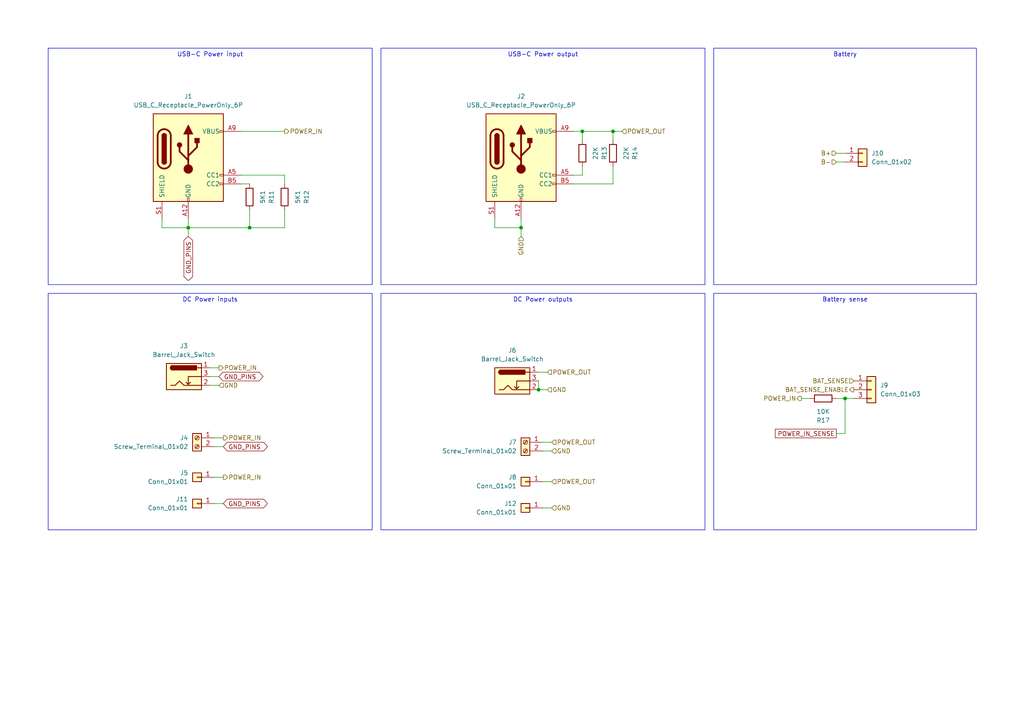
<source format=kicad_sch>
(kicad_sch (version 20231120) (generator "eeschema") (generator_version "8.0")
  (paper "A4")
  (lib_symbols
    (symbol "Connector:Barrel_Jack_Switch" (pin_names hide)
      (property "Reference" "J" (at 0 5.334 0))
      (property "Value" "Barrel_Jack_Switch" (at 0 -5.08 0))
      (symbol "Barrel_Jack_Switch_0_1"
        (rectangle (start -5.08 3.81) (end 5.08 -3.81) (stroke (width 0.254)) (fill (type background)))
        (arc (start -3.302 3.175) (mid -3.9343 2.54) (end -3.302 1.905) (stroke (width 0.254)))
        (arc (start -3.302 3.175) (mid -3.9343 2.54) (end -3.302 1.905) (stroke (width 0.254)) (fill (type outline)))
        (polyline (pts (xy 1.27 -2.286) (xy 1.905 -1.651)) (stroke (width 0.254)))
        (polyline (pts (xy 5.08 2.54) (xy 3.81 2.54)) (stroke (width 0.254)))
        (polyline (pts (xy 5.08 0) (xy 1.27 0) (xy 1.27 -2.286) (xy 0.635 -1.651)) (stroke (width 0.254)))
        (polyline (pts (xy -3.81 -2.54) (xy -2.54 -2.54) (xy -1.27 -1.27) (xy 0 -2.54) (xy 2.54 -2.54) (xy 5.08 -2.54)) (stroke (width 0.254)))
        (rectangle (start 3.683 3.175) (end -3.302 1.905) (stroke (width 0.254)) (fill (type outline)))
      )
      (symbol "Barrel_Jack_Switch_1_1"
        (pin passive line (at 7.62 2.54 180) (length 2.54) (name "~") (number "1"))
        (pin passive line (at 7.62 -2.54 180) (length 2.54) (name "~") (number "2"))
        (pin passive line (at 7.62 0 180) (length 2.54) (name "~") (number "3"))
      )
    )
    (symbol "Connector:Screw_Terminal_01x02" (pin_names (offset 1.016) hide)
      (property "Reference" "J" (at 0 2.54 0))
      (property "Value" "Screw_Terminal_01x02" (at 0 -5.08 0))
      (symbol "Screw_Terminal_01x02_1_1"
        (rectangle (start -1.27 1.27) (end 1.27 -3.81) (stroke (width 0.254)) (fill (type background)))
        (circle (center 0 -2.54) (radius 0.635) (stroke (width 0.1524)))
        (polyline (pts (xy -0.5334 -2.2098) (xy 0.3302 -3.048)) (stroke (width 0.1524)))
        (polyline (pts (xy -0.5334 0.3302) (xy 0.3302 -0.508)) (stroke (width 0.1524)))
        (polyline (pts (xy -0.3556 -2.032) (xy 0.508 -2.8702)) (stroke (width 0.1524)))
        (polyline (pts (xy -0.3556 0.508) (xy 0.508 -0.3302)) (stroke (width 0.1524)))
        (circle (center 0 0) (radius 0.635) (stroke (width 0.1524)))
        (pin passive line (at -5.08 0 0) (length 3.81) (name "Pin_1") (number "1"))
        (pin passive line (at -5.08 -2.54 0) (length 3.81) (name "Pin_2") (number "2"))
      )
    )
    (symbol "Connector:USB_C_Receptacle_PowerOnly_6P" (pin_names (offset 1.016))
      (property "Reference" "J" (at 0 16.51 0))
      (property "Value" "USB_C_Receptacle_PowerOnly_6P" (at 0 13.97 0))
      (symbol "USB_C_Receptacle_PowerOnly_6P_0_0"
        (rectangle (start -0.254 -12.7) (end 0.254 -11.684))
        (rectangle (start 10.16 -7.366) (end 9.144 -7.874))
        (rectangle (start 10.16 -4.826) (end 9.144 -5.334))
        (rectangle (start 10.16 7.874) (end 9.144 7.366))
      )
      (symbol "USB_C_Receptacle_PowerOnly_6P_0_1"
        (rectangle (start -10.16 12.7) (end 10.16 -12.7) (stroke (width 0.254)) (fill (type background)))
        (arc (start -8.89 -1.27) (mid -6.985 -3.1667) (end -5.08 -1.27) (stroke (width 0.508)))
        (arc (start -7.62 -1.27) (mid -6.985 -1.9023) (end -6.35 -1.27) (stroke (width 0.254)))
        (arc (start -7.62 -1.27) (mid -6.985 -1.9023) (end -6.35 -1.27) (stroke (width 0.254)) (fill (type outline)))
        (rectangle (start -7.62 -1.27) (end -6.35 6.35) (stroke (width 0.254)) (fill (type outline)))
        (arc (start -6.35 6.35) (mid -6.985 6.9823) (end -7.62 6.35) (stroke (width 0.254)))
        (arc (start -6.35 6.35) (mid -6.985 6.9823) (end -7.62 6.35) (stroke (width 0.254)) (fill (type outline)))
        (arc (start -5.08 6.35) (mid -6.985 8.2467) (end -8.89 6.35) (stroke (width 0.508)))
        (circle (center -2.54 3.683) (radius 0.635) (stroke (width 0.254)) (fill (type outline)))
        (circle (center 0 -3.302) (radius 1.27) (fill (type outline)))
        (polyline (pts (xy -8.89 -1.27) (xy -8.89 6.35)) (stroke (width 0.508)))
        (polyline (pts (xy -5.08 6.35) (xy -5.08 -1.27)) (stroke (width 0.508)))
        (polyline (pts (xy 0 -3.302) (xy 0 6.858)) (stroke (width 0.508)))
        (polyline (pts (xy 0 -0.762) (xy -2.54 1.778) (xy -2.54 3.048)) (stroke (width 0.508)))
        (polyline (pts (xy 0 0.508) (xy 2.54 3.048) (xy 2.54 4.318)) (stroke (width 0.508)))
        (polyline (pts (xy -1.27 6.858) (xy 0 9.398) (xy 1.27 6.858) (xy -1.27 6.858)) (stroke (width 0.254)) (fill (type outline)))
        (rectangle (start 1.905 4.318) (end 3.175 5.588) (stroke (width 0.254)) (fill (type outline)))
      )
      (symbol "USB_C_Receptacle_PowerOnly_6P_1_1"
        (pin passive line (at 0 -17.78 90) (length 5.08) (name "GND") (number "A12"))
        (pin bidirectional line (at 15.24 -5.08 180) (length 5.08) (name "CC1") (number "A5"))
        (pin passive line (at 15.24 7.62 180) (length 5.08) (name "VBUS") (number "A9"))
        (pin passive line (at 0 -17.78 90) (length 5.08) hide (name "GND") (number "B12"))
        (pin bidirectional line (at 15.24 -7.62 180) (length 5.08) (name "CC2") (number "B5"))
        (pin passive line (at 15.24 7.62 180) (length 5.08) hide (name "VBUS") (number "B9"))
        (pin passive line (at -7.62 -17.78 90) (length 5.08) (name "SHIELD") (number "S1"))
      )
    )
    (symbol "Connector_Generic:Conn_01x01" (pin_names (offset 1.016) hide)
      (property "Reference" "J" (at 0 2.54 0))
      (property "Value" "Conn_01x01" (at 0 -2.54 0))
      (symbol "Conn_01x01_1_1"
        (rectangle (start -1.27 0.127) (end 0 -0.127) (stroke (width 0.1524)))
        (rectangle (start -1.27 1.27) (end 1.27 -1.27) (stroke (width 0.254)) (fill (type background)))
        (pin passive line (at -5.08 0 0) (length 3.81) (name "Pin_1") (number "1"))
      )
    )
    (symbol "Connector_Generic:Conn_01x02" (pin_names (offset 1.016) hide)
      (property "Reference" "J" (at 0 2.54 0))
      (property "Value" "Conn_01x02" (at 0 -5.08 0))
      (symbol "Conn_01x02_1_1"
        (rectangle (start -1.27 -2.413) (end 0 -2.667) (stroke (width 0.1524)))
        (rectangle (start -1.27 0.127) (end 0 -0.127) (stroke (width 0.1524)))
        (rectangle (start -1.27 1.27) (end 1.27 -3.81) (stroke (width 0.254)) (fill (type background)))
        (pin passive line (at -5.08 0 0) (length 3.81) (name "Pin_1") (number "1"))
        (pin passive line (at -5.08 -2.54 0) (length 3.81) (name "Pin_2") (number "2"))
      )
    )
    (symbol "Connector_Generic:Conn_01x03" (pin_names (offset 1.016) hide)
      (property "Reference" "J" (at 0 5.08 0))
      (property "Value" "Conn_01x03" (at 0 -5.08 0))
      (symbol "Conn_01x03_1_1"
        (rectangle (start -1.27 -2.413) (end 0 -2.667) (stroke (width 0.1524)))
        (rectangle (start -1.27 0.127) (end 0 -0.127) (stroke (width 0.1524)))
        (rectangle (start -1.27 2.667) (end 0 2.413) (stroke (width 0.1524)))
        (rectangle (start -1.27 3.81) (end 1.27 -3.81) (stroke (width 0.254)) (fill (type background)))
        (pin passive line (at -5.08 2.54 0) (length 3.81) (name "Pin_1") (number "1"))
        (pin passive line (at -5.08 0 0) (length 3.81) (name "Pin_2") (number "2"))
        (pin passive line (at -5.08 -2.54 0) (length 3.81) (name "Pin_3") (number "3"))
      )
    )
    (symbol "Device:R" (pin_numbers hide) (pin_names (offset 0))
      (property "Reference" "R" (at 2.032 0 90))
      (property "Value" "R" (at 0 0 90))
      (symbol "R_0_1"
        (rectangle (start -1.016 -2.54) (end 1.016 2.54) (stroke (width 0.254)))
      )
      (symbol "R_1_1"
        (pin passive line (at 0 3.81 270) (length 1.27) (name "~") (number "1"))
        (pin passive line (at 0 -3.81 90) (length 1.27) (name "~") (number "2"))
      )
    )
  )
  (junction (at 156.21 113.03))
  (junction (at 72.39 66.04))
  (junction (at 168.91 38.1))
  (junction (at 54.61 66.04))
  (junction (at 245.11 115.57))
  (junction (at 151.13 66.04))
  (junction (at 177.8 38.1))
  (wire (pts (xy 62.23 146.05) (xy 64.77 146.05)))
  (wire (pts (xy 168.91 38.1) (xy 168.91 40.64)))
  (wire (pts (xy 177.8 38.1) (xy 180.34 38.1)))
  (wire (pts (xy 245.11 115.57) (xy 247.65 115.57)))
  (wire (pts (xy 63.5 111.76) (xy 60.96 111.76)))
  (wire (pts (xy 166.37 53.34) (xy 177.8 53.34)))
  (wire (pts (xy 168.91 38.1) (xy 177.8 38.1)))
  (wire (pts (xy 72.39 66.04) (xy 54.61 66.04)))
  (wire (pts (xy 46.99 63.5) (xy 46.99 66.04)))
  (wire (pts (xy 156.21 110.49) (xy 156.21 113.03)))
  (wire (pts (xy 242.57 115.57) (xy 245.11 115.57)))
  (wire (pts (xy 82.55 66.04) (xy 72.39 66.04)))
  (wire (pts (xy 143.51 66.04) (xy 151.13 66.04)))
  (wire (pts (xy 69.85 53.34) (xy 72.39 53.34)))
  (wire (pts (xy 60.96 106.68) (xy 63.5 106.68)))
  (wire (pts (xy 82.55 60.96) (xy 82.55 66.04)))
  (wire (pts (xy 242.57 44.45) (xy 245.11 44.45)))
  (wire (pts (xy 242.57 125.73) (xy 245.11 125.73)))
  (wire (pts (xy 160.02 128.27) (xy 157.48 128.27)))
  (wire (pts (xy 166.37 50.8) (xy 168.91 50.8)))
  (wire (pts (xy 54.61 66.04) (xy 54.61 68.58)))
  (wire (pts (xy 64.77 129.54) (xy 62.23 129.54)))
  (wire (pts (xy 160.02 139.7) (xy 157.48 139.7)))
  (wire (pts (xy 54.61 63.5) (xy 54.61 66.04)))
  (wire (pts (xy 158.75 107.95) (xy 156.21 107.95)))
  (wire (pts (xy 151.13 68.58) (xy 151.13 66.04)))
  (wire (pts (xy 151.13 63.5) (xy 151.13 66.04)))
  (wire (pts (xy 166.37 38.1) (xy 168.91 38.1)))
  (wire (pts (xy 69.85 50.8) (xy 82.55 50.8)))
  (wire (pts (xy 69.85 38.1) (xy 82.55 38.1)))
  (wire (pts (xy 143.51 63.5) (xy 143.51 66.04)))
  (wire (pts (xy 72.39 60.96) (xy 72.39 66.04)))
  (wire (pts (xy 46.99 66.04) (xy 54.61 66.04)))
  (wire (pts (xy 234.95 115.57) (xy 232.41 115.57)))
  (wire (pts (xy 242.57 46.99) (xy 245.11 46.99)))
  (wire (pts (xy 160.02 130.81) (xy 157.48 130.81)))
  (wire (pts (xy 156.21 113.03) (xy 158.75 113.03)))
  (wire (pts (xy 63.5 109.22) (xy 60.96 109.22)))
  (wire (pts (xy 168.91 48.26) (xy 168.91 50.8)))
  (wire (pts (xy 177.8 38.1) (xy 177.8 40.64)))
  (wire (pts (xy 64.77 127) (xy 62.23 127)))
  (wire (pts (xy 177.8 48.26) (xy 177.8 53.34)))
  (wire (pts (xy 82.55 50.8) (xy 82.55 53.34)))
  (wire (pts (xy 245.11 125.73) (xy 245.11 115.57)))
  (wire (pts (xy 160.02 147.32) (xy 157.48 147.32)))
  (wire (pts (xy 64.77 138.43) (xy 62.23 138.43)))
  (text_box "DC Power outputs" (at 110.49 85.09 0) (size 93.98 68.58) (effects (font (size 1.27 1.27)) (justify top)))
  (text_box "USB-C Power output" (at 110.49 13.97 0) (size 93.98 68.58) (effects (font (size 1.27 1.27)) (justify top)))
  (text_box "DC Power inputs" (at 13.97 85.09 0) (size 93.98 68.58) (effects (font (size 1.27 1.27)) (justify top)))
  (text_box "Battery sense" (at 207.01 85.09 0) (size 76.2 68.58) (effects (font (size 1.27 1.27)) (justify top)))
  (text_box "USB-C Power input" (at 13.97 13.97 0) (size 93.98 68.58) (effects (font (size 1.27 1.27)) (justify top)))
  (text_box "Battery" (at 207.01 13.97 0) (size 76.2 68.58) (effects (font (size 1.27 1.27)) (justify top)))
  (global_label "POWER_IN_SENSE" (shape passive) (at 242.57 125.73 180) (property "Intersheetrefs" "${INTERSHEET_REFS}" (effects (hide yes))))
  (global_label "GND_PINS" (shape bidirectional) (at 63.5 109.22 0) (property "Intersheetrefs" "${INTERSHEET_REFS}" (effects (hide yes))))
  (global_label "GND_PINS" (shape bidirectional) (at 54.61 68.58 270) (property "Intersheetrefs" "${INTERSHEET_REFS}" (effects (hide yes))))
  (global_label "GND_PINS" (shape bidirectional) (at 64.77 146.05 0) (property "Intersheetrefs" "${INTERSHEET_REFS}" (effects (hide yes))))
  (global_label "GND_PINS" (shape bidirectional) (at 64.77 129.54 0) (property "Intersheetrefs" "${INTERSHEET_REFS}" (effects (hide yes))))
  (hierarchical_label "B+" (shape input) (at 242.57 44.45 180))
  (hierarchical_label "BAT_SENSE" (shape input) (at 247.65 110.49 180))
  (hierarchical_label "B-" (shape input) (at 242.57 46.99 180))
  (hierarchical_label "BAT_SENSE_ENABLE" (shape output) (at 247.65 113.03 180))
  (hierarchical_label "POWER_OUT" (shape input) (at 160.02 139.7 0))
  (hierarchical_label "POWER_IN" (shape output) (at 64.77 127 0))
  (hierarchical_label "POWER_IN" (shape output) (at 82.55 38.1 0))
  (hierarchical_label "GND" (shape input) (at 158.75 113.03 0))
  (hierarchical_label "POWER_IN" (shape output) (at 232.41 115.57 180))
  (hierarchical_label "POWER_OUT" (shape input) (at 160.02 128.27 0))
  (hierarchical_label "POWER_OUT" (shape input) (at 158.75 107.95 0))
  (hierarchical_label "GND" (shape input) (at 63.5 111.76 0))
  (hierarchical_label "GND" (shape input) (at 151.13 68.58 270))
  (hierarchical_label "GND" (shape input) (at 160.02 147.32 0))
  (hierarchical_label "GND" (shape input) (at 160.02 130.81 0))
  (hierarchical_label "POWER_OUT" (shape input) (at 180.34 38.1 0))
  (hierarchical_label "POWER_IN" (shape output) (at 64.77 138.43 0))
  (hierarchical_label "POWER_IN" (shape output) (at 63.5 106.68 0))
  (symbol (lib_id "Connector_Generic:Conn_01x02") (at 250.19 44.45 0) (unit 1)
    (property "Reference" "J10" (at 252.73 44.4499 0) (effects (justify left)))
    (property "Value" "Conn_01x02" (at 252.73 46.9899 0) (effects (justify left)))
    (property "Footprint" "custom:JST_XH_S2B-XH-2AW_1x02_P2.50mm_pad2gnd" (effects (hide yes)))
    (property "Description" "Generic connector, single row, 01x02, script generated (kicad-library-utils/schlib/autogen/connector/)" (effects (hide yes)))
  )
  (symbol (lib_id "Device:R") (at 238.76 115.57 90) (unit 1)
    (property "Reference" "R17" (at 238.76 121.92 90))
    (property "Value" "10K" (at 238.76 119.38 90))
    (property "Footprint" "Resistor_SMD:R_0402_1005Metric" (effects (hide yes)))
    (property "Description" "Resistor" (effects (hide yes)))
    (property "LCSC Part" "C25744" (effects (hide yes)))
  )
  (symbol (lib_id "Connector:USB_C_Receptacle_PowerOnly_6P") (at 54.61 45.72 0) (unit 1)
    (property "Reference" "J1" (at 54.61 27.94 0))
    (property "Value" "USB_C_Receptacle_PowerOnly_6P" (at 54.61 30.48 0))
    (property "Footprint" "custom:USB_C_Receptacle_GCT_USB4125-xx-x_6P_TopMnt_Horizontal_handsolder" (effects (hide yes)))
    (property "Datasheet" "https://www.usb.org/sites/default/files/documents/usb_type-c.zip" (effects (hide yes)))
    (property "Description" "USB Power-Only 6P Type-C Receptacle connector" (effects (hide yes)))
  )
  (symbol (lib_id "Connector:Barrel_Jack_Switch") (at 148.59 110.49 0) (unit 1)
    (property "Reference" "J6" (at 148.59 101.6 0))
    (property "Value" "Barrel_Jack_Switch" (at 148.59 104.14 0))
    (property "Footprint" "custom:DC-IN_DC-050-2.0-BB" (effects (hide yes)))
    (property "Description" "DC Barrel Jack with an internal switch" (effects (hide yes)))
  )
  (symbol (lib_id "Connector_Generic:Conn_01x01") (at 57.15 146.05 0) (mirror y) (unit 1)
    (property "Reference" "J11" (at 54.61 144.7799 0) (effects (justify left)))
    (property "Value" "Conn_01x01" (at 54.61 147.3199 0) (effects (justify left)))
    (property "Footprint" "custom:PinHeader_1x01_P2.54mm_simple_square" (effects (hide yes)))
    (property "Description" "Generic connector, single row, 01x01, script generated (kicad-library-utils/schlib/autogen/connector/)" (effects (hide yes)))
  )
  (symbol (lib_id "Device:R") (at 72.39 57.15 0) (mirror y) (unit 1)
    (property "Reference" "R11" (at 78.74 57.15 90))
    (property "Value" "5K1" (at 76.2 57.15 90))
    (property "Footprint" "Resistor_SMD:R_0402_1005Metric" (effects (hide yes)))
    (property "Description" "Resistor" (effects (hide yes)))
    (property "LCSC Part" "C25905" (effects (hide yes)))
  )
  (symbol (lib_id "Device:R") (at 82.55 57.15 0) (mirror y) (unit 1)
    (property "Reference" "R12" (at 88.9 57.15 90))
    (property "Value" "5K1" (at 86.36 57.15 90))
    (property "Footprint" "Resistor_SMD:R_0402_1005Metric" (effects (hide yes)))
    (property "Description" "Resistor" (effects (hide yes)))
    (property "LCSC Part" "C25905" (effects (hide yes)))
  )
  (symbol (lib_id "Device:R") (at 168.91 44.45 0) (mirror y) (unit 1)
    (property "Reference" "R13" (at 175.26 44.45 90))
    (property "Value" "22K" (at 172.72 44.45 90))
    (property "Footprint" "Resistor_SMD:R_0402_1005Metric" (effects (hide yes)))
    (property "Description" "Resistor" (effects (hide yes)))
    (property "LCSC Part" "C25768" (effects (hide yes)))
  )
  (symbol (lib_id "Connector:Barrel_Jack_Switch") (at 53.34 109.22 0) (unit 1)
    (property "Reference" "J3" (at 53.34 100.33 0))
    (property "Value" "Barrel_Jack_Switch" (at 53.34 102.87 0))
    (property "Footprint" "custom:DC-IN_DC-050-2.0-BB" (effects (hide yes)))
    (property "Description" "DC Barrel Jack with an internal switch" (effects (hide yes)))
  )
  (symbol (lib_id "Device:R") (at 177.8 44.45 0) (mirror y) (unit 1)
    (property "Reference" "R14" (at 184.15 44.45 90))
    (property "Value" "22K" (at 181.61 44.45 90))
    (property "Footprint" "Resistor_SMD:R_0402_1005Metric" (effects (hide yes)))
    (property "Description" "Resistor" (effects (hide yes)))
    (property "LCSC Part" "C25768" (effects (hide yes)))
  )
  (symbol (lib_id "Connector_Generic:Conn_01x01") (at 152.4 147.32 0) (mirror y) (unit 1)
    (property "Reference" "J12" (at 149.86 146.0499 0) (effects (justify left)))
    (property "Value" "Conn_01x01" (at 149.86 148.5899 0) (effects (justify left)))
    (property "Footprint" "custom:PinHeader_1x01_P2.54mm_simple_square" (effects (hide yes)))
    (property "Description" "Generic connector, single row, 01x01, script generated (kicad-library-utils/schlib/autogen/connector/)" (effects (hide yes)))
  )
  (symbol (lib_id "Connector:Screw_Terminal_01x02") (at 152.4 128.27 0) (mirror y) (unit 1)
    (property "Reference" "J7" (at 149.86 128.2699 0) (effects (justify left)))
    (property "Value" "Screw_Terminal_01x02" (at 149.86 130.8099 0) (effects (justify left)))
    (property "Footprint" "custom:TerminalBlock_Phoenix_MKDS-1,5-2-5.08_1x02_P5.08mm_Horizontal" (effects (hide yes)))
    (property "Description" "Generic screw terminal, single row, 01x02, script generated (kicad-library-utils/schlib/autogen/connector/)" (effects (hide yes)))
  )
  (symbol (lib_id "Connector:USB_C_Receptacle_PowerOnly_6P") (at 151.13 45.72 0) (unit 1)
    (property "Reference" "J2" (at 151.13 27.94 0))
    (property "Value" "USB_C_Receptacle_PowerOnly_6P" (at 151.13 30.48 0))
    (property "Footprint" "custom:USB_C_Receptacle_GCT_USB4125-xx-x_6P_TopMnt_Horizontal_handsolder" (effects (hide yes)))
    (property "Datasheet" "https://www.usb.org/sites/default/files/documents/usb_type-c.zip" (effects (hide yes)))
    (property "Description" "USB Power-Only 6P Type-C Receptacle connector" (effects (hide yes)))
  )
  (symbol (lib_id "Connector:Screw_Terminal_01x02") (at 57.15 127 0) (mirror y) (unit 1)
    (property "Reference" "J4" (at 54.61 126.9999 0) (effects (justify left)))
    (property "Value" "Screw_Terminal_01x02" (at 54.61 129.5399 0) (effects (justify left)))
    (property "Footprint" "custom:TerminalBlock_Phoenix_MKDS-1,5-2-5.08_1x02_P5.08mm_Horizontal" (effects (hide yes)))
    (property "Description" "Generic screw terminal, single row, 01x02, script generated (kicad-library-utils/schlib/autogen/connector/)" (effects (hide yes)))
  )
  (symbol (lib_id "Connector_Generic:Conn_01x03") (at 252.73 113.03 0) (unit 1)
    (property "Reference" "J9" (at 255.27 111.7599 0) (effects (justify left)))
    (property "Value" "Conn_01x03" (at 255.27 114.2999 0) (effects (justify left)))
    (property "Footprint" "custom:PinHeader_1x03_P2.54mm_Vertical_simple" (effects (hide yes)))
    (property "Description" "Generic connector, single row, 01x03, script generated (kicad-library-utils/schlib/autogen/connector/)" (effects (hide yes)))
  )
  (symbol (lib_id "Connector_Generic:Conn_01x01") (at 57.15 138.43 0) (mirror y) (unit 1)
    (property "Reference" "J5" (at 54.61 137.1599 0) (effects (justify left)))
    (property "Value" "Conn_01x01" (at 54.61 139.6999 0) (effects (justify left)))
    (property "Footprint" "custom:PinHeader_1x01_P2.54mm_simple" (effects (hide yes)))
    (property "Description" "Generic connector, single row, 01x01, script generated (kicad-library-utils/schlib/autogen/connector/)" (effects (hide yes)))
  )
  (symbol (lib_id "Connector_Generic:Conn_01x01") (at 152.4 139.7 0) (mirror y) (unit 1)
    (property "Reference" "J8" (at 149.86 138.4299 0) (effects (justify left)))
    (property "Value" "Conn_01x01" (at 149.86 140.9699 0) (effects (justify left)))
    (property "Footprint" "custom:PinHeader_1x01_P2.54mm_simple" (effects (hide yes)))
    (property "Description" "Generic connector, single row, 01x01, script generated (kicad-library-utils/schlib/autogen/connector/)" (effects (hide yes)))
  )
)
</source>
